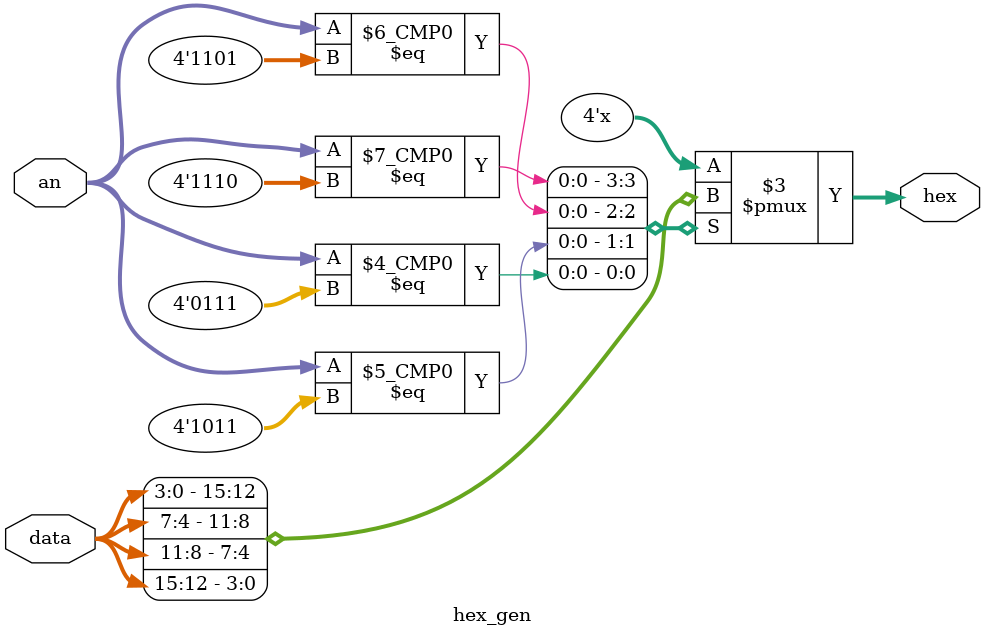
<source format=v>
`timescale 1ns / 1ps

module hex_gen(
    input [3:0] an,
    input [15:0] data,
    output reg [3:0] hex
    );
    
    //generade hexadecimal values to be displayed
    always @ (an)
    case (an)
        4'b1110: hex = data [3:0];
        4'b1101: hex = data [7:4];
        4'b1011: hex = data [11:8];
        4'b0111: hex = data [15:12];
    endcase
            
endmodule
</source>
